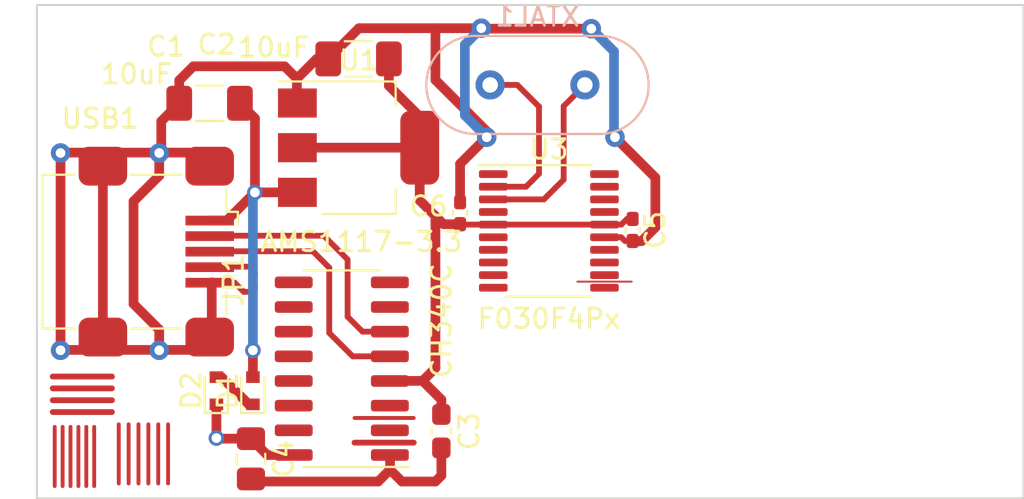
<source format=kicad_pcb>
(kicad_pcb (version 20211014) (generator pcbnew)
  (layers (0 "F.Cu" signal) (31 "B.Cu" signal) (34 "B.Paste" user) (35 "F.Paste" user) (36 "B.SilkS" user "B.Silkscreen") (37 "F.SilkS" user "F.Silkscreen") (38 "B.Mask" user) (39 "F.Mask" user) (44 "Edge.Cuts" user))
  (net 0 "")
  (net 1 "/VCC5")
  (net 2 "/D-")
  (net 3 "/D+")
  (net 4 "/VCC3")
  (net 31 "/GND")
  (net 32 "/ID")
  (net 33 "/X+")
  (net 34 "/X-")
  (net 35 "/VUSB")
  (net 36 "Net-(D1-Pad1)")
  (footprint "Package_SO:SOIC-16_3.9x9.9mm_P1.27mm" (layer "F.Cu") (at 117.3016 94.9256 180)
    (fp_text reference "U2" hide)
    (fp_text value "CH340C" (at -5.1264 2.4696 270) (layer "F.SilkS"))
    (fp_line (start 0 5.06) (end 1.95 5.06) (layer "F.SilkS") (width 0.12))
    (fp_line (start 0 -5.06) (end -3.45 -5.06) (layer "F.SilkS") (width 0.12))
    (fp_line (start 0 -5.06) (end 1.95 -5.06) (layer "F.SilkS") (width 0.12))
    (fp_line (start 0 5.06) (end -1.95 5.06) (layer "F.SilkS") (width 0.12))
    (pad "1" smd roundrect (at -2.475 -4.445 180) (size 1.95 0.6) (layers "F.Cu" "F.Paste" "F.Mask") (net 31 "/GND"))
    (pad "2" smd roundrect (at -2.475 -3.175 180) (size 1.95 0.6) (layers "F.Cu" "F.Paste" "F.Mask"))
    (pad "3" smd roundrect (at -2.475 -1.905 180) (size 1.95 0.6) (layers "F.Cu" "F.Paste" "F.Mask"))
    (pad "4" smd roundrect (at -2.475 -0.635 180) (size 1.95 0.6) (layers "F.Cu" "F.Paste" "F.Mask") (net 4 "/VCC3"))
    (pad "5" smd roundrect (at -2.475 0.635 180) (size 1.95 0.6) (layers "F.Cu" "F.Paste" "F.Mask") (net 3 "/D+"))
    (pad "6" smd roundrect (at -2.475 1.905 180) (size 1.95 0.6) (layers "F.Cu" "F.Paste" "F.Mask") (net 2 "/D-"))
    (pad "7" smd roundrect (at -2.475 3.175 180) (size 1.95 0.6) (layers "F.Cu" "F.Paste" "F.Mask"))
    (pad "8" smd roundrect (at -2.475 4.445 180) (size 1.95 0.6) (layers "F.Cu" "F.Paste" "F.Mask"))
    (pad "9" smd roundrect (at 2.475 4.445 180) (size 1.95 0.6) (layers "F.Cu" "F.Paste" "F.Mask"))
    (pad "10" smd roundrect (at 2.475 3.175 180) (size 1.95 0.6) (layers "F.Cu" "F.Paste" "F.Mask"))
    (pad "11" smd roundrect (at 2.475 1.905 180) (size 1.95 0.6) (layers "F.Cu" "F.Paste" "F.Mask"))
    (pad "12" smd roundrect (at 2.475 0.635 180) (size 1.95 0.6) (layers "F.Cu" "F.Paste" "F.Mask"))
    (pad "13" smd roundrect (at 2.475 -0.635 180) (size 1.95 0.6) (layers "F.Cu" "F.Paste" "F.Mask"))
    (pad "14" smd roundrect (at 2.475 -1.905 180) (size 1.95 0.6) (layers "F.Cu" "F.Paste" "F.Mask"))
    (pad "15" smd roundrect (at 2.475 -3.175 180) (size 1.95 0.6) (layers "F.Cu" "F.Paste" "F.Mask"))
    (pad "16" smd roundrect (at 2.475 -4.445 180) (size 1.95 0.6) (layers "F.Cu" "F.Paste" "F.Mask") (net 1 "/VCC5"))
  )
  (footprint "Capacitor_SMD:C_0402_1005Metric_Pad0.74x0.62mm_HandSolder" (layer "F.Cu") (at 123.3932 86.9188 90)
    (fp_text reference "C6" (at 0.3556 -1.6256 180) (layer "F.SilkS"))
    (fp_text value "C_Polarized_Small" hide)
    (fp_line (start -0.115835 -0.36) (end 0.115835 -0.36) (layer "F.SilkS") (width 0.12))
    (fp_line (start -0.115835 0.36) (end 0.115835 0.36) (layer "F.SilkS") (width 0.12))
    (pad "1" smd roundrect (at -0.5675 0 90) (size 0.735 0.62) (layers "F.Cu" "F.Paste" "F.Mask") (net 4 "/VCC3"))
    (pad "2" smd roundrect (at 0.5675 0 90) (size 0.735 0.62) (layers "F.Cu" "F.Paste" "F.Mask") (net 31 "/GND"))
  )
  (footprint "Capacitor_SMD:C_1206_3216Metric_Pad1.33x1.80mm_HandSolder" (layer "F.Cu") (at 110.4927 81.2604 180)
    (fp_text reference "C1" (at 2.2379 2.9268) (layer "F.SilkS"))
    (fp_text value "10uF" (at 3.7619 1.5044) (layer "F.SilkS"))
    (fp_line (start -0.711252 0.91) (end 0.711252 0.91) (layer "F.SilkS") (width 0.12))
    (fp_line (start -0.711252 -0.91) (end 0.711252 -0.91) (layer "F.SilkS") (width 0.12))
    (pad "1" smd roundrect (at -1.5625 0 180) (size 1.325 1.8) (layers "F.Cu" "F.Paste" "F.Mask") (roundrect_rratio 0.188679) (net 35 "/VUSB"))
    (pad "2" smd roundrect (at 1.5625 0 180) (size 1.325 1.8) (layers "F.Cu" "F.Paste" "F.Mask") (roundrect_rratio 0.188679) (net 31 "/GND"))
  )
  (footprint "Diode_SMD:D_SOD-523" (layer "F.Cu") (at 110.8456 96.0628 90)
    (fp_text reference "D2" (at 0 -1.3 90) (layer "F.SilkS"))
    (fp_text value "1N4148WT" hide)
    (fp_line (start -1.15 -0.6) (end -1.15 0.6) (layer "F.SilkS") (width 0.12))
    (fp_line (start 0.7 -0.6) (end -1.15 -0.6) (layer "F.SilkS") (width 0.12))
    (fp_line (start 0.7 0.6) (end -1.15 0.6) (layer "F.SilkS") (width 0.12))
    (pad "1" smd rect (at -0.7 0 270) (size 0.6 0.7) (layers "F.Cu" "F.Paste" "F.Mask") (net 1 "/VCC5"))
    (pad "2" smd rect (at 0.7 0 270) (size 0.6 0.7) (layers "F.Cu" "F.Paste" "F.Mask") (net 36 "Net-(D1-Pad1)"))
  )
  (footprint "Capacitor_SMD:C_0402_1005Metric_Pad0.74x0.62mm_HandSolder" (layer "F.Cu") (at 132.2788 87.7824 -90)
    (fp_text reference "C5" (at 0 -1.16 -90) (layer "F.SilkS"))
    (fp_text value "C_Polarized_Small" hide)
    (fp_line (start -0.115835 0.36) (end 0.115835 0.36) (layer "F.SilkS") (width 0.12))
    (fp_line (start -0.115835 -0.36) (end 0.115835 -0.36) (layer "F.SilkS") (width 0.12))
    (pad "1" smd roundrect (at -0.5675 0 270) (size 0.735 0.62) (layers "F.Cu" "F.Paste" "F.Mask") (net 4 "/VCC3"))
    (pad "2" smd roundrect (at 0.5675 0 270) (size 0.735 0.62) (layers "F.Cu" "F.Paste" "F.Mask") (net 31 "/GND"))
  )
  (footprint "Diode_SMD:D_SOD-523" (layer "F.Cu") (at 112.7252 96.0628 90)
    (fp_text reference "D1" (at 0 -1.3 90) (layer "F.SilkS"))
    (fp_text value "1N4148WT" hide)
    (fp_line (start -1.15 -0.6) (end -1.15 0.6) (layer "F.SilkS") (width 0.12))
    (fp_line (start 0.7 -0.6) (end -1.15 -0.6) (layer "F.SilkS") (width 0.12))
    (fp_line (start 0.7 0.6) (end -1.15 0.6) (layer "F.SilkS") (width 0.12))
    (pad "1" smd rect (at -0.7 0 270) (size 0.6 0.7) (layers "F.Cu" "F.Paste" "F.Mask") (net 36 "Net-(D1-Pad1)"))
    (pad "2" smd rect (at 0.7 0 270) (size 0.6 0.7) (layers "F.Cu" "F.Paste" "F.Mask") (net 35 "/VUSB"))
  )
  (footprint "Capacitor_SMD:C_1206_3216Metric_Pad1.33x1.80mm_HandSolder" (layer "F.Cu") (at 118.1652 78.9744 180)
    (fp_text reference "C2" (at 7.3196 0.7424) (layer "F.SilkS"))
    (fp_text value "10uF" (at 4.3732 0.59) (layer "F.SilkS"))
    (fp_line (start -0.711252 -0.91) (end 0.711252 -0.91) (layer "F.SilkS") (width 0.12))
    (fp_line (start -0.711252 0.91) (end 0.711252 0.91) (layer "F.SilkS") (width 0.12))
    (pad "1" smd roundrect (at -1.5625 0 180) (size 1.325 1.8) (layers "F.Cu" "F.Paste" "F.Mask") (roundrect_rratio 0.188679) (net 4 "/VCC3"))
    (pad "2" smd roundrect (at 1.5625 0 180) (size 1.325 1.8) (layers "F.Cu" "F.Paste" "F.Mask") (roundrect_rratio 0.188679) (net 31 "/GND"))
  )
  (footprint "Resistor_SMD:R_0201_0603Metric" (layer "F.Cu") (at 112.776 90.3732 90)
    (fp_text reference "JP1" (at 0 -1.05 90) (layer "F.SilkS"))
    (fp_text value "slave")
    (pad "1" smd roundrect (at -0.32 0 90) (size 0.46 0.4) (layers "F.Cu" "F.Mask") (net 31 "/GND"))
    (pad "2" smd roundrect (at 0.32 0 90) (size 0.46 0.4) (layers "F.Cu" "F.Mask") (net 32 "/ID"))
  )
  (footprint "Package_TO_SOT_SMD:SOT-223-3_TabPin2" (layer "F.Cu") (at 118.1652 83.5464)
    (fp_text reference "U1" (at 0 -4.5) (layer "F.SilkS"))
    (fp_text value "AMS1117-3.3" (at 0.148 4.8456) (layer "F.SilkS"))
    (fp_line (start 1.91 3.41) (end 1.91 2.15) (layer "F.SilkS") (width 0.12))
    (fp_line (start 1.91 -3.41) (end 1.91 -2.15) (layer "F.SilkS") (width 0.12))
    (fp_line (start -4.1 -3.41) (end 1.91 -3.41) (layer "F.SilkS") (width 0.12))
    (fp_line (start -1.85 3.41) (end 1.91 3.41) (layer "F.SilkS") (width 0.12))
    (pad "1" smd rect (at -3.15 -2.3) (size 2 1.5) (layers "F.Cu" "F.Paste" "F.Mask") (net 31 "/GND"))
    (pad "2" smd rect (at -3.15 0) (size 2 1.5) (layers "F.Cu" "F.Paste" "F.Mask") (net 4 "/VCC3"))
    (pad "2" smd roundrect (at 3.15 0) (size 2 3.8) (layers "F.Cu" "F.Paste" "F.Mask") (net 4 "/VCC3"))
    (pad "3" smd rect (at -3.15 2.3) (size 2 1.5) (layers "F.Cu" "F.Paste" "F.Mask") (net 35 "/VUSB"))
  )
  (footprint "Capacitor_SMD:C_0603_1608Metric_Pad1.08x0.95mm_HandSolder" (layer "F.Cu") (at 122.428 98.1456 -90)
    (fp_text reference "C3" (at 0 -1.43 -90) (layer "F.SilkS"))
    (fp_text value "0603")
    (fp_line (start -0.146267 -0.51) (end 0.146267 -0.51) (layer "F.SilkS") (width 0.12))
    (fp_line (start -0.146267 0.51) (end 0.146267 0.51) (layer "F.SilkS") (width 0.12))
    (pad "1" smd roundrect (at -0.8625 0 270) (size 1.075 0.95) (layers "F.Cu" "F.Paste" "F.Mask") (net 4 "/VCC3"))
    (pad "2" smd roundrect (at 0.8625 0 270) (size 1.075 0.95) (layers "F.Cu" "F.Paste" "F.Mask") (net 31 "/GND"))
  )
  (footprint "Connector_USB:USB_Mini-B_DS1104" (layer "F.Cu") (at 107.8992 88.9 -90)
    (fp_text reference "USB1" (at -6.858 3.048 180) (layer "F.SilkS"))
    (fp_text value "USB_B_Mini")
    (fp_line (start 3.96 6.01) (end 3.96 4.35) (layer "F.SilkS") (width 0.12))
    (fp_line (start 3.96 -1.15) (end 3.96 1.45) (layer "F.SilkS") (width 0.12))
    (fp_line (start -3.96 6.01) (end 3.96 6.01) (layer "F.SilkS") (width 0.12))
    (fp_line (start -3.96 1.45) (end -3.96 -1.15) (layer "F.SilkS") (width 0.12))
    (fp_line (start -2.05 -4.05) (end -1.35 -4.05) (layer "F.SilkS") (width 0.12))
    (fp_line (start 2.05 -3.46) (end 3.2 -3.46) (layer "F.SilkS") (width 0.12))
    (fp_line (start -3.96 4.35) (end -3.96 6.01) (layer "F.SilkS") (width 0.12))
    (fp_line (start -3.2 -3.46) (end -2.05 -3.46) (layer "F.SilkS") (width 0.12))
    (fp_line (start -2.05 -3.46) (end -2.05 -4.05) (layer "F.SilkS") (width 0.12))
    (pad "" np_thru_hole circle (at 2.2 0 270) (size 0.9 0.9) (drill 0.9) (layers *.Cu *.Mask))
    (pad "" np_thru_hole circle (at -2.2 0 270) (size 0.9 0.9) (drill 0.9) (layers *.Cu *.Mask))
    (pad "1" smd rect (at -1.6 -2.6 270) (size 0.5 2.5) (layers "F.Cu" "F.Paste" "F.Mask") (net 35 "/VUSB"))
    (pad "2" smd rect (at -0.8 -2.6 270) (size 0.5 2.5) (layers "F.Cu" "F.Paste" "F.Mask") (net 2 "/D-"))
    (pad "3" smd rect (at 0 -2.6 270) (size 0.5 2.5) (layers "F.Cu" "F.Paste" "F.Mask") (net 3 "/D+"))
    (pad "4" smd rect (at 0.8 -2.6 270) (size 0.5 2.5) (layers "F.Cu" "F.Paste" "F.Mask") (net 32 "/ID"))
    (pad "5" smd rect (at 1.6 -2.6 270) (size 0.5 2.5) (layers "F.Cu" "F.Paste" "F.Mask") (net 31 "/GND"))
    (pad "6" thru_hole circle (at -5.08 0 270) (size 1 1) (drill 0.5) (layers *.Cu *.Mask) (net 31 "/GND"))
    (pad "6" smd roundrect (at -4.4 -2.6 270) (size 2 2.5) (layers "F.Cu" "F.Paste" "F.Mask") (net 31 "/GND"))
    (pad "6" smd roundrect (at 4.4 2.9 270) (size 2 2.5) (layers "F.Cu" "F.Paste" "F.Mask") (net 31 "/GND"))
    (pad "6" thru_hole circle (at -5.08 5.08 270) (size 1 1) (drill 0.5) (layers *.Cu *.Mask) (net 31 "/GND"))
    (pad "6" smd roundrect (at 4.4 -2.6 270) (size 2 2.5) (layers "F.Cu" "F.Paste" "F.Mask") (net 31 "/GND"))
    (pad "6" smd roundrect (at -4.4 2.9 270) (size 2 2.5) (layers "F.Cu" "F.Paste" "F.Mask") (net 31 "/GND"))
    (pad "6" thru_hole circle (at 5.08 5.08 270) (size 1 1) (drill 0.5) (layers *.Cu *.Mask) (net 31 "/GND"))
    (pad "6" thru_hole circle (at 5.08 0 270) (size 1 1) (drill 0.5) (layers *.Cu *.Mask) (net 31 "/GND"))
  )
  (footprint "Package_SO:TSSOP-20_4.4x6.5mm_P0.65mm" (layer "F.Cu") (at 127.9652 87.8332)
    (fp_text reference "U3" (at 0 -4.2) (layer "F.SilkS"))
    (fp_text value "F030F4Px" (at 0 4.5212) (layer "F.SilkS"))
    (fp_line (start 0 3.385) (end 2.2 3.385) (layer "F.SilkS") (width 0.12))
    (fp_line (start 0 -3.385) (end -3.6 -3.385) (layer "F.SilkS") (width 0.12))
    (fp_line (start 0 3.385) (end -2.2 3.385) (layer "F.SilkS") (width 0.12))
    (fp_line (start 0 -3.385) (end 2.2 -3.385) (layer "F.SilkS") (width 0.12))
    (pad "1" smd roundrect (at -2.8625 -2.925) (size 1.475 0.4) (layers "F.Cu" "F.Paste" "F.Mask"))
    (pad "2" smd roundrect (at -2.8625 -2.275) (size 1.475 0.4) (layers "F.Cu" "F.Paste" "F.Mask") (net 33 "/X+"))
    (pad "3" smd roundrect (at -2.8625 -1.625) (size 1.475 0.4) (layers "F.Cu" "F.Paste" "F.Mask") (net 34 "/X-"))
    (pad "4" smd roundrect (at -2.8625 -0.975) (size 1.475 0.4) (layers "F.Cu" "F.Paste" "F.Mask"))
    (pad "5" smd roundrect (at -2.8625 -0.325) (size 1.475 0.4) (layers "F.Cu" "F.Paste" "F.Mask") (net 4 "/VCC3"))
    (pad "6" smd roundrect (at -2.8625 0.325) (size 1.475 0.4) (layers "F.Cu" "F.Paste" "F.Mask"))
    (pad "7" smd roundrect (at -2.8625 0.975) (size 1.475 0.4) (layers "F.Cu" "F.Paste" "F.Mask"))
    (pad "8" smd roundrect (at -2.8625 1.625) (size 1.475 0.4) (layers "F.Cu" "F.Paste" "F.Mask"))
    (pad "9" smd roundrect (at -2.8625 2.275) (size 1.475 0.4) (layers "F.Cu" "F.Paste" "F.Mask"))
    (pad "10" smd roundrect (at -2.8625 2.925) (size 1.475 0.4) (layers "F.Cu" "F.Paste" "F.Mask"))
    (pad "11" smd roundrect (at 2.8625 2.925) (size 1.475 0.4) (layers "F.Cu" "F.Paste" "F.Mask"))
    (pad "12" smd roundrect (at 2.8625 2.275) (size 1.475 0.4) (layers "F.Cu" "F.Paste" "F.Mask"))
    (pad "13" smd roundrect (at 2.8625 1.625) (size 1.475 0.4) (layers "F.Cu" "F.Paste" "F.Mask"))
    (pad "14" smd roundrect (at 2.8625 0.975) (size 1.475 0.4) (layers "F.Cu" "F.Paste" "F.Mask"))
    (pad "15" smd roundrect (at 2.8625 0.325) (size 1.475 0.4) (layers "F.Cu" "F.Paste" "F.Mask") (net 31 "/GND"))
    (pad "16" smd roundrect (at 2.8625 -0.325) (size 1.475 0.4) (layers "F.Cu" "F.Paste" "F.Mask") (net 4 "/VCC3"))
    (pad "17" smd roundrect (at 2.8625 -0.975) (size 1.475 0.4) (layers "F.Cu" "F.Paste" "F.Mask"))
    (pad "18" smd roundrect (at 2.8625 -1.625) (size 1.475 0.4) (layers "F.Cu" "F.Paste" "F.Mask"))
    (pad "19" smd roundrect (at 2.8625 -2.275) (size 1.475 0.4) (layers "F.Cu" "F.Paste" "F.Mask"))
    (pad "20" smd roundrect (at 2.8625 -2.925) (size 1.475 0.4) (layers "F.Cu" "F.Paste" "F.Mask"))
  )
  (footprint "Capacitor_SMD:C_0805_2012Metric_Pad1.18x1.45mm_HandSolder" (layer "F.Cu") (at 112.6236 99.568 -90)
    (fp_text reference "C4" (at 0 -1.68 -90) (layer "F.SilkS"))
    (fp_text value "0805")
    (fp_line (start -0.261252 0.735) (end 0.261252 0.735) (layer "F.SilkS") (width 0.12))
    (fp_line (start -0.261252 -0.735) (end 0.261252 -0.735) (layer "F.SilkS") (width 0.12))
    (pad "1" smd roundrect (at -1.0375 0 270) (size 1.175 1.45) (layers "F.Cu" "F.Paste" "F.Mask") (roundrect_rratio 0.212766) (net 1 "/VCC5"))
    (pad "2" smd roundrect (at 1.0375 0 270) (size 1.175 1.45) (layers "F.Cu" "F.Paste" "F.Mask") (roundrect_rratio 0.212766) (net 31 "/GND"))
  )
  (footprint "crystal:Crystal_HC49-2P_mill" (layer "B.Cu") (at 129.8194 80.3148 180)
    (fp_text reference "XTAL1" (at 2.44 3.525) (layer "B.SilkS") (effects (justify mirror)))
    (fp_text value "HC-49S")
    (fp_line (start -0.76 -2.525) (end 5.64 -2.525) (layer "B.SilkS") (width 0.12))
    (fp_line (start -0.76 2.525) (end 5.64 2.525) (layer "B.SilkS") (width 0.12))
    (fp_arc (start 5.64 -2.525) (mid 8.165 0) (end 5.64 2.525) (layer "B.SilkS") (width 0.12))
    (fp_arc (start -0.76 2.525) (mid -3.285 0) (end -0.76 -2.525) (layer "B.SilkS") (width 0.12))
    (pad "1" thru_hole circle (at 0 0 180) (size 1.5 1.5) (drill 0.8) (layers *.Cu *.Mask) (net 34 "/X-"))
    (pad "2" thru_hole circle (at 4.88 0 180) (size 1.5 1.5) (drill 0.8) (layers *.Cu *.Mask) (net 33 "/X+"))
  )
  (gr_rect (start 101.6 76.2) (end 152.4 101.6) (layer "Edge.Cuts") (width 0.1) (fill none))
  (segment (start 106.8324 97.79) (end 106.8324 100.838) (width 0.2) (layer "F.Cu") (net 0))
  (segment (start 121.0056 98.7356) (end 117.9576 98.7356) (width 0.3) (layer "F.Cu") (net 0))
  (segment (start 104.5508 97.9228) (end 104.5508 100.9708) (width 0.2) (layer "F.Cu") (net 0))
  (segment (start 107.3404 97.79) (end 107.3404 100.838) (width 0.2) (layer "F.Cu") (net 0))
  (segment (start 105.4652 95.9416) (end 102.4172 95.9416) (width 0.3) (layer "F.Cu") (net 0))
  (segment (start 105.4652 96.5512) (end 102.4172 96.5512) (width 0.3) (layer "F.Cu") (net 0))
  (segment (start 129.434 90.4436) (end 132.228 90.4436) (width 0.1) (layer "F.Cu") (net 0))
  (segment (start 107.8484 97.79) (end 107.8484 100.838) (width 0.2) (layer "F.Cu") (net 0))
  (segment (start 105.4652 97.1608) (end 102.4172 97.1608) (width 0.3) (layer "F.Cu") (net 0))
  (segment (start 103.738 97.9228) (end 103.738 100.9708) (width 0.2) (layer "F.Cu") (net 0))
  (segment (start 103.3316 97.9228) (end 103.3316 100.9708) (width 0.2) (layer "F.Cu") (net 0))
  (segment (start 106.3244 97.79) (end 106.3244 100.838) (width 0.2) (layer "F.Cu") (net 0))
  (segment (start 104.1444 97.9228) (end 104.1444 100.9708) (width 0.2) (layer "F.Cu") (net 0))
  (segment (start 102.5188 97.9228) (end 102.5188 100.9708) (width 0.2) (layer "F.Cu") (net 0))
  (segment (start 121.0056 97.4656) (end 117.9576 97.4656) (width 0.2) (layer "F.Cu") (net 0))
  (segment (start 102.9252 97.9228) (end 102.9252 100.9708) (width 0.2) (layer "F.Cu") (net 0))
  (segment (start 105.4652 95.332) (end 102.4172 95.332) (width 0.3) (layer "F.Cu") (net 0))
  (segment (start 110.8456 98.5012) (end 110.8749 98.5305) (width 0.5) (layer "F.Cu") (net 1))
  (segment (start 114.8266 99.3706) (end 113.4637 99.3706) (width 0.5) (layer "F.Cu") (net 1))
  (segment (start 114.808 99.3892) (end 114.8266 99.3706) (width 0.5) (layer "F.Cu") (net 1))
  (segment (start 113.4637 99.3706) (end 112.6236 98.5305) (width 0.5) (layer "F.Cu") (net 1))
  (segment (start 110.8749 98.5305) (end 112.6236 98.5305) (width 0.5) (layer "F.Cu") (net 1))
  (segment (start 110.8456 98.5012) (end 110.8456 96.7628) (width 0.5) (layer "F.Cu") (net 1))
  (segment (start 114.8266 99.3706) (end 113.6443 99.3706) (width 0.3) (layer "F.Cu") (net 1))
  (via (at 110.8456 98.5012) (size 0.8) (drill 0.5) (layers "F.Cu" "B.Cu") (net 1))
  (segment (start 116.376 88.0804) (end 110.6052 88.0804) (width 0.3) (layer "F.Cu") (net 2))
  (segment (start 119.7766 93.0206) (end 118.3698 93.0206) (width 0.3) (layer "F.Cu") (net 2))
  (segment (start 117.602 92.2528) (end 117.602 89.3064) (width 0.3) (layer "F.Cu") (net 2))
  (segment (start 118.3698 93.0206) (end 117.602 92.2528) (width 0.3) (layer "F.Cu") (net 2))
  (segment (start 117.602 89.3064) (end 116.376 88.0804) (width 0.3) (layer "F.Cu") (net 2))
  (segment (start 110.6052 88.8804) (end 115.810534 88.8804) (width 0.3) (layer "F.Cu") (net 3))
  (segment (start 117.8618 94.2906) (end 119.7766 94.2906) (width 0.3) (layer "F.Cu") (net 3))
  (segment (start 116.654075 93.082875) (end 117.8618 94.2906) (width 0.3) (layer "F.Cu") (net 3))
  (segment (start 116.654075 89.723941) (end 116.654075 93.082875) (width 0.3) (layer "F.Cu") (net 3))
  (segment (start 115.810534 88.8804) (end 116.654075 89.723941) (width 0.3) (layer "F.Cu") (net 3))
  (segment (start 121.4628 95.5548) (end 119.7824 95.5548) (width 0.5) (layer "F.Cu") (net 4))
  (segment (start 119.7708 95.5548) (end 119.7766 95.5606) (width 0.3) (layer "F.Cu") (net 4))
  (segment (start 130.8277 87.5082) (end 131.693017 87.5082) (width 0.3) (layer "F.Cu") (net 4))
  (segment (start 121.4628 95.5548) (end 122.1232 94.8944) (width 0.5) (layer "F.Cu") (net 4))
  (segment (start 121.3152 86.2632) (end 121.3152 83.5464) (width 0.5) (layer "F.Cu") (net 4))
  (segment (start 121.3152 81.9452) (end 119.7277 80.3577) (width 0.5) (layer "F.Cu") (net 4))
  (segment (start 119.7277 80.3577) (end 119.7277 78.9744) (width 0.5) (layer "F.Cu") (net 4))
  (segment (start 123.4151 87.5082) (end 123.3932 87.4863) (width 0.3) (layer "F.Cu") (net 4))
  (segment (start 122.1232 94.8944) (end 122.1232 87.0712) (width 0.5) (layer "F.Cu") (net 4))
  (segment (start 121.3152 83.5464) (end 121.3152 81.9452) (width 0.5) (layer "F.Cu") (net 4))
  (segment (start 122.428 97.1081) (end 122.428 96.52) (width 0.5) (layer "F.Cu") (net 4))
  (segment (start 130.8277 87.5082) (end 125.1027 87.5082) (width 0.3) (layer "F.Cu") (net 4))
  (segment (start 119.7824 95.5548) (end 119.7766 95.5606) (width 0.5) (layer "F.Cu") (net 4))
  (segment (start 122.5383 87.4863) (end 122.1232 87.0712) (width 0.5) (layer "F.Cu") (net 4))
  (segment (start 122.428 96.52) (end 121.4628 95.5548) (width 0.5) (layer "F.Cu") (net 4))
  (segment (start 131.986317 87.2149) (end 132.2788 87.2149) (width 0.3) (layer "F.Cu") (net 4))
  (segment (start 115.0152 83.5464) (end 121.3152 83.5464) (width 0.5) (layer "F.Cu") (net 4))
  (segment (start 122.1232 87.0712) (end 121.3152 86.2632) (width 0.5) (layer "F.Cu") (net 4))
  (segment (start 123.3932 87.4863) (end 122.5383 87.4863) (width 0.5) (layer "F.Cu") (net 4))
  (segment (start 125.1027 87.5082) (end 123.4151 87.5082) (width 0.3) (layer "F.Cu") (net 4))
  (segment (start 131.693017 87.5082) (end 131.986317 87.2149) (width 0.3) (layer "F.Cu") (net 4))
  (segment (start 109.9252 93.9604) (end 110.6052 93.2804) (width 0.5) (layer "F.Cu") (net 31))
  (segment (start 105.7852 93.9604) (end 105.1052 93.2804) (width 0.5) (layer "F.Cu") (net 31))
  (segment (start 109.6562 79.3554) (end 114.3552 79.3554) (width 0.5) (layer "F.Cu") (net 31))
  (segment (start 107.8992 92.9132) (end 106.5784 91.5924) (width 0.5) (layer "F.Cu") (net 31))
  (segment (start 122.428 100.4316) (end 122.1232 100.7364) (width 0.5) (layer "F.Cu") (net 31))
  (segment (start 122.2502 77.3938) (end 118.1862 77.3938) (width 0.5) (layer "F.Cu") (net 31))
  (segment (start 109.9252 83.8004) (end 110.6052 84.4804) (width 0.5) (layer "F.Cu") (net 31))
  (segment (start 102.9252 83.8004) (end 104.4252 83.8004) (width 0.5) (layer "F.Cu") (net 31))
  (segment (start 108.0052 93.9604) (end 109.9252 93.9604) (width 0.5) (layer "F.Cu") (net 31))
  (segment (start 124.4854 77.3938) (end 122.2502 77.3938) (width 0.5) (layer "F.Cu") (net 31))
  (segment (start 119.7864 100.1268) (end 119.1768 100.7364) (width 0.5) (layer "F.Cu") (net 31))
  (segment (start 102.9252 93.9604) (end 104.4252 93.9604) (width 0.5) (layer "F.Cu") (net 31))
  (segment (start 104.4252 93.9604) (end 105.1052 93.2804) (width 0.5) (layer "F.Cu") (net 31))
  (segment (start 110.6052 90.4804) (end 110.6052 93.2804) (width 0.5) (layer "F.Cu") (net 31))
  (segment (start 119.7864 100.1268) (end 119.7864 99.4356) (width 0.5) (layer "F.Cu") (net 31))
  (segment (start 116.6027 78.9744) (end 116.0062 78.9744) (width 0.5) (layer "F.Cu") (net 31))
  (segment (start 108.0052 83.8004) (end 105.7852 83.8004) (width 0.5) (layer "F.Cu") (net 31))
  (segment (start 124.7648 83.0072) (end 124.7648 82.7024) (width 0.5) (layer "F.Cu") (net 31))
  (segment (start 124.5108 77.4192) (end 124.4854 77.3938) (width 0.5) (layer "F.Cu") (net 31))
  (segment (start 133.4472 87.6496) (end 132.736 88.3608) (width 0.5) (layer "F.Cu") (net 31))
  (segment (start 104.4252 83.8004) (end 105.1052 84.4804) (width 0.5) (layer "F.Cu") (net 31))
  (segment (start 131.884717 88.3499) (end 131.693017 88.1582) (width 0.3) (layer "F.Cu") (net 31))
  (segment (start 114.3552 79.3554) (end 114.9902 79.9904) (width 0.5) (layer "F.Cu") (net 31))
  (segment (start 130.1496 77.4192) (end 124.5108 77.4192) (width 0.5) (layer "F.Cu") (net 31))
  (segment (start 132.2788 88.3499) (end 131.884717 88.3499) (width 0.3) (layer "F.Cu") (net 31))
  (segment (start 118.1608 77.4192) (end 118.1579 77.4192) (width 0.5) (layer "F.Cu") (net 31))
  (segment (start 118.1579 77.4192) (end 116.6027 78.9744) (width 0.5) (layer "F.Cu") (net 31))
  (segment (start 108.9302 81.2604) (end 108.9302 80.0814) (width 0.5) (layer "F.Cu") (net 31))
  (segment (start 113.1835 100.7364) (end 112.8776 100.4305) (width 0.5) (layer "F.Cu") (net 31))
  (segment (start 106.5784 86.3092) (end 107.8992 84.9884) (width 0.5) (layer "F.Cu") (net 31))
  (segment (start 133.4472 85.0856) (end 133.4472 87.6496) (width 0.5) (layer "F.Cu") (net 31))
  (segment (start 119.7864 99.4356) (end 119.7766 99.4356) (width 0.5) (layer "F.Cu") (net 31))
  (segment (start 132.736 88.3608) (end 132.519221 88.3608) (width 0.5) (layer "F.Cu") (net 31))
  (segment (start 112.2559 90.9707) (end 111.7852 90.5) (width 0.3) (layer "F.Cu") (net 31))
  (segment (start 130.8277 88.1582) (end 131.693017 88.1582) (width 0.3) (layer "F.Cu") (net 31))
  (segment (start 114.9902 79.9904) (end 114.9902 81.2214) (width 0.5) (layer "F.Cu") (net 31))
  (segment (start 106.5784 91.5924) (end 106.5784 86.3092) (width 0.5) (layer "F.Cu") (net 31))
  (segment (start 108.9302 80.0814) (end 109.6562 79.3554) (width 0.5) (layer "F.Cu") (net 31))
  (segment (start 132.508321 88.3499) (end 132.2788 88.3499) (width 0.5) (layer "F.Cu") (net 31))
  (segment (start 122.1232 80.0608) (end 122.1232 77.5208) (width 0.5) (layer "F.Cu") (net 31))
  (segment (start 112.6744 90.9707) (end 112.2559 90.9707) (width 0.3) (layer "F.Cu") (net 31))
  (segment (start 124.7648 83.0072) (end 123.3932 84.3788) (width 0.5) (layer "F.Cu") (net 31))
  (segment (start 131.4704 83.1088) (end 133.4472 85.0856) (width 0.5) (layer "F.Cu") (net 31))
  (segment (start 118.1862 77.3938) (end 118.1608 77.4192) (width 0.5) (layer "F.Cu") (net 31))
  (segment (start 111.7852 90.5) (end 110.4992 90.5) (width 0.3) (layer "F.Cu") (net 31))
  (segment (start 105.8164 97.79) (end 105.8164 100.838) (width 0.2) (layer "F.Cu") (net 31))
  (segment (start 107.8992 93.98) (end 107.8992 92.9132) (width 0.5) (layer "F.Cu") (net 31))
  (segment (start 122.1232 100.7364) (end 120.396 100.7364) (width 0.5) (layer "F.Cu") (net 31))
  (segment (start 107.8992 84.9884) (end 107.8992 83.82) (width 0.5) (layer "F.Cu") (net 31))
  (segment (start 108.0052 83.8004) (end 108.0052 82.1854) (width 0.5) (layer "F.Cu") (net 31))
  (segment (start 108.0052 83.8004) (end 109.9252 83.8004) (width 0.5) (layer "F.Cu") (net 31))
  (segment (start 108.0052 93.9604) (end 105.7852 93.9604) (width 0.5) (layer "F.Cu") (net 31))
  (segment (start 120.396 100.7364) (end 119.7864 100.1268) (width 0.5) (layer "F.Cu") (net 31))
  (segment (start 105.7852 83.8004) (end 105.1052 84.4804) (width 0.5) (layer "F.Cu") (net 31))
  (segment (start 108.0052 82.1854) (end 108.9302 81.2604) (width 0.5) (layer "F.Cu") (net 31))
  (segment (start 108.3564 97.79) (end 108.3564 100.838) (width 0.2) (layer "F.Cu") (net 31))
  (segment (start 104.9992 93.3) (end 104.9992 84.5) (width 0.5) (layer "F.Cu") (net 31))
  (segment (start 119.1768 100.7364) (end 113.1835 100.7364) (width 0.5) (layer "F.Cu") (net 31))
  (segment (start 123.3932 84.3788) (end 123.3932 86.3513) (width 0.5) (layer "F.Cu") (net 31))
  (segment (start 124.7648 82.7024) (end 122.1232 80.0608) (width 0.5) (layer "F.Cu") (net 31))
  (segment (start 102.8192 93.98) (end 102.8192 83.82) (width 0.5) (layer "F.Cu") (net 31))
  (segment (start 114.9902 81.2214) (end 115.0152 81.2464) (width 0.5) (layer "F.Cu") (net 31))
  (segment (start 132.519221 88.3608) (end 132.508321 88.3499) (width 0.5) (layer "F.Cu") (net 31))
  (segment (start 122.428 99.1831) (end 122.428 100.4316) (width 0.5) (layer "F.Cu") (net 31))
  (segment (start 116.0062 78.9744) (end 114.9902 79.9904) (width 0.5) (layer "F.Cu") (net 31))
  (via (at 124.7648 83.0072) (size 1) (drill 0.5) (layers "F.Cu" "B.Cu") (net 31))
  (via (at 131.3688 83.0072) (size 1) (drill 0.5) (layers "F.Cu" "B.Cu") (net 31))
  (via (at 130.1496 77.4192) (size 1) (drill 0.5) (layers "F.Cu" "B.Cu") (net 31))
  (via (at 124.4854 77.3938) (size 1) (drill 0.5) (layers "F.Cu" "B.Cu") (net 31))
  (segment (start 123.6394 78.2398) (end 123.6394 81.8818) (width 0.5) (layer "B.Cu") (net 31))
  (segment (start 131.318 78.5876) (end 131.318 83.1088) (width 0.5) (layer "B.Cu") (net 31))
  (segment (start 123.6394 81.8818) (end 124.7648 83.0072) (width 0.5) (layer "B.Cu") (net 31))
  (segment (start 124.4854 77.3938) (end 123.6394 78.2398) (width 0.5) (layer "B.Cu") (net 31))
  (segment (start 130.1496 77.4192) (end 131.318 78.5876) (width 0.5) (layer "B.Cu") (net 31))
  (segment (start 112.776 89.6741) (end 110.5251 89.6741) (width 0.3) (layer "F.Cu") (net 32))
  (segment (start 112.776 89.7992) (end 112.6768 89.7) (width 0.2) (layer "F.Cu") (net 32))
  (segment (start 110.5251 89.6741) (end 110.4992 89.7) (width 0.3) (layer "F.Cu") (net 32))
  (segment (start 127.4572 84.8868) (end 127.4572 81.4324) (width 0.3) (layer "F.Cu") (net 33))
  (segment (start 126.7858 85.5582) (end 127.4572 84.8868) (width 0.3) (layer "F.Cu") (net 33))
  (segment (start 126.3396 80.3148) (end 124.9394 80.3148) (width 0.3) (layer "F.Cu") (net 33))
  (segment (start 127.4572 81.4324) (end 126.3396 80.3148) (width 0.3) (layer "F.Cu") (net 33))
  (segment (start 125.1027 85.5582) (end 126.7858 85.5582) (width 0.3) (layer "F.Cu") (net 33))
  (segment (start 127.7106 86.2082) (end 128.7272 85.1916) (width 0.3) (layer "F.Cu") (net 34))
  (segment (start 125.1027 86.2082) (end 127.7106 86.2082) (width 0.3) (layer "F.Cu") (net 34))
  (segment (start 128.7272 81.407) (end 129.8194 80.3148) (width 0.3) (layer "F.Cu") (net 34))
  (segment (start 128.7272 85.1916) (end 128.7272 81.407) (width 0.3) (layer "F.Cu") (net 34))
  (segment (start 110.4992 87.3) (end 111.3788 87.3) (width 0.5) (layer "F.Cu") (net 35))
  (segment (start 111.3788 87.3) (end 112.8268 85.852) (width 0.5) (layer "F.Cu") (net 35))
  (segment (start 112.8312 85.7054) (end 112.8312 82.0364) (width 0.5) (layer "F.Cu") (net 35))
  (segment (start 115.0152 85.8464) (end 112.9722 85.8464) (width 0.5) (layer "F.Cu") (net 35))
  (segment (start 112.7252 95.3628) (end 112.7252 93.98) (width 0.5) (layer "F.Cu") (net 35))
  (segment (start 112.8312 82.0364) (end 112.0552 81.2604) (width 0.5) (layer "F.Cu") (net 35))
  (segment (start 112.9722 85.8464) (end 112.8312 85.7054) (width 0.5) (layer "F.Cu") (net 35))
  (via (at 112.7252 93.98) (size 0.8) (drill 0.5) (layers "F.Cu" "B.Cu") (net 35))
  (via (at 112.8268 85.852) (size 0.8) (drill 0.5) (layers "F.Cu" "B.Cu") (net 35))
  (segment (start 112.7252 85.9536) (end 112.8268 85.852) (width 0.5) (layer "B.Cu") (net 35))
  (segment (start 112.7252 93.98) (end 112.7252 85.9536) (width 0.5) (layer "B.Cu") (net 35))
  (segment (start 111.1108 95.3628) (end 110.8456 95.3628) (width 0.5) (layer "F.Cu") (net 36))
  (segment (start 112.5108 96.7628) (end 111.1108 95.3628) (width 0.5) (layer "F.Cu") (net 36))
  (segment (start 112.7252 96.7628) (end 112.5108 96.7628) (width 0.5) (layer "F.Cu") (net 36))
)
</source>
